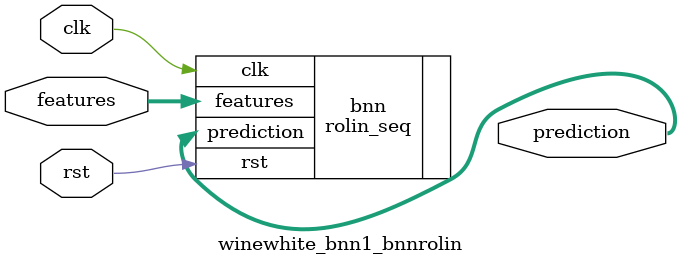
<source format=v>













module winewhite_bnn1_bnnrolin #(

parameter FEAT_CNT = 11,
parameter HIDDEN_CNT = 40,
parameter FEAT_BITS = 4,
parameter CLASS_CNT = 7,
parameter TEST_CNT = 1000


  ) (
  input clk,
  input rst,
  input [FEAT_CNT*FEAT_BITS-1:0] features,
  output [$clog2(CLASS_CNT)-1:0] prediction
  );

  localparam Weights0 = 440'b00010101000000000100110001011111111100001000110010111000111101011010011001100010111100110011000010111110111001101101111011100100100101010010111001101100110001100100000010000100011001111001000101010111000101001100101000101100000110011111011111100011100111101111111000100110011101011110000110100011110011010110001110100100000101101110011001000000111010100011101011100100010011100101000101010011100110000100101000111101100110011111111111010110 ;
  localparam Weights1 = 280'b1100111000000011001100101100101011000111100011011110001100111111010011101101011100011011111010110001111101001110110101110000110111101010000011000100001011010011000011011110101100001111010011101101011100001101100010110001111111101110111001110000000011001010100110110101111011010110 ;

  rolin_seq #(.FEAT_CNT(FEAT_CNT),.FEAT_BITS(FEAT_BITS),.HIDDEN_CNT(HIDDEN_CNT),.CLASS_CNT(CLASS_CNT),.Weights0(Weights0),.Weights1(Weights1)) bnn (
    .clk(clk),
    .rst(rst),
    .features(features),
    .prediction(prediction)
  );

endmodule

</source>
